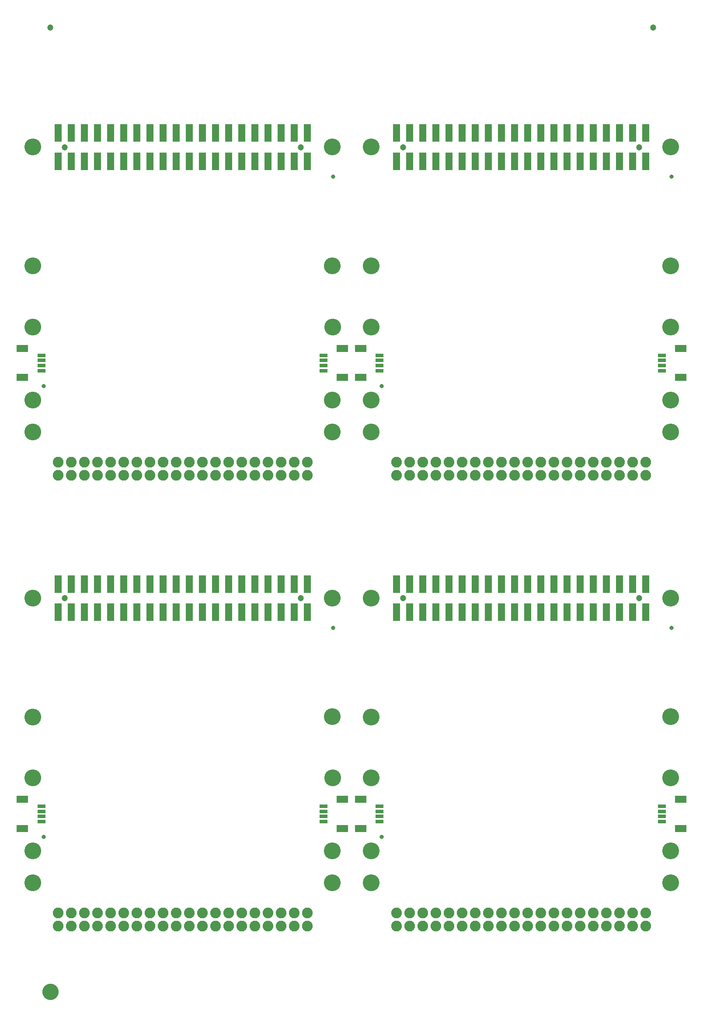
<source format=gts>
G04 EAGLE Gerber RS-274X export*
G75*
%MOMM*%
%FSLAX34Y34*%
%LPD*%
%INSoldermask Top*%
%IPPOS*%
%AMOC8*
5,1,8,0,0,1.08239X$1,22.5*%
G01*
%ADD10C,3.251200*%
%ADD11C,0.838200*%
%ADD12R,1.473200X3.378200*%
%ADD13C,1.203200*%
%ADD14C,2.082800*%
%ADD15R,2.203200X1.403200*%
%ADD16R,1.553200X0.803200*%
%ADD17C,1.270000*%
%ADD18C,1.703200*%


D10*
X615002Y657609D03*
X35002Y167809D03*
X615002Y167609D03*
X35002Y657609D03*
D11*
X55548Y194937D03*
X616700Y599939D03*
D12*
X83702Y630004D03*
X83702Y684614D03*
X109102Y630004D03*
X109102Y684614D03*
X134502Y630004D03*
X134502Y684614D03*
X159902Y630004D03*
X159902Y684614D03*
X185302Y630004D03*
X185302Y684614D03*
X210702Y630004D03*
X210702Y684614D03*
X236102Y630004D03*
X236102Y684614D03*
X261502Y630004D03*
X261502Y684614D03*
X286902Y630004D03*
X286902Y684614D03*
X312302Y630004D03*
X312302Y684614D03*
X337702Y630004D03*
X337702Y684614D03*
X363102Y630004D03*
X363102Y684614D03*
X388502Y630004D03*
X388502Y684614D03*
X413902Y630004D03*
X413902Y684614D03*
X439302Y630004D03*
X439302Y684614D03*
X464702Y630004D03*
X464702Y684614D03*
X490102Y630004D03*
X490102Y684614D03*
X515502Y630004D03*
X515502Y684614D03*
X540902Y630004D03*
X540902Y684614D03*
X566302Y630004D03*
X566302Y684614D03*
D13*
X96402Y657309D03*
X553602Y657309D03*
D14*
X83756Y47609D03*
X83756Y22209D03*
X109156Y47609D03*
X109156Y22209D03*
X134556Y47609D03*
X134556Y22209D03*
X159956Y47609D03*
X159956Y22209D03*
X185356Y47609D03*
X185356Y22209D03*
X210756Y47609D03*
X210756Y22209D03*
X236156Y47609D03*
X236156Y22209D03*
X261556Y47609D03*
X261556Y22209D03*
X286956Y47609D03*
X286956Y22209D03*
X312356Y47609D03*
X312356Y22209D03*
X337756Y47609D03*
X337756Y22209D03*
X363156Y47609D03*
X363156Y22209D03*
X388556Y47609D03*
X388556Y22209D03*
X413956Y47609D03*
X413956Y22209D03*
X439356Y47609D03*
X439356Y22209D03*
X464756Y47609D03*
X464756Y22209D03*
X490156Y47609D03*
X490156Y22209D03*
X515556Y47609D03*
X515556Y22209D03*
X540956Y47609D03*
X540956Y22209D03*
X566356Y47609D03*
X566356Y22209D03*
D15*
X634452Y211429D03*
X634452Y267429D03*
D16*
X597702Y224429D03*
X597702Y234429D03*
X597702Y244429D03*
X597702Y254429D03*
D15*
X14678Y267429D03*
X14678Y211429D03*
D16*
X51428Y254429D03*
X51428Y244429D03*
X51428Y234429D03*
X51428Y224429D03*
D10*
X615002Y427409D03*
X35002Y427339D03*
X35002Y308989D03*
X615202Y308989D03*
X615002Y105789D03*
X35002Y105789D03*
X1270093Y657609D03*
X690093Y167809D03*
X1270093Y167609D03*
X690093Y657609D03*
D11*
X710639Y194937D03*
X1271791Y599939D03*
D12*
X738793Y630004D03*
X738793Y684614D03*
X764193Y630004D03*
X764193Y684614D03*
X789593Y630004D03*
X789593Y684614D03*
X814993Y630004D03*
X814993Y684614D03*
X840393Y630004D03*
X840393Y684614D03*
X865793Y630004D03*
X865793Y684614D03*
X891193Y630004D03*
X891193Y684614D03*
X916593Y630004D03*
X916593Y684614D03*
X941993Y630004D03*
X941993Y684614D03*
X967393Y630004D03*
X967393Y684614D03*
X992793Y630004D03*
X992793Y684614D03*
X1018193Y630004D03*
X1018193Y684614D03*
X1043593Y630004D03*
X1043593Y684614D03*
X1068993Y630004D03*
X1068993Y684614D03*
X1094393Y630004D03*
X1094393Y684614D03*
X1119793Y630004D03*
X1119793Y684614D03*
X1145193Y630004D03*
X1145193Y684614D03*
X1170593Y630004D03*
X1170593Y684614D03*
X1195993Y630004D03*
X1195993Y684614D03*
X1221393Y630004D03*
X1221393Y684614D03*
D13*
X751493Y657309D03*
X1208693Y657309D03*
D14*
X738847Y47609D03*
X738847Y22209D03*
X764247Y47609D03*
X764247Y22209D03*
X789647Y47609D03*
X789647Y22209D03*
X815047Y47609D03*
X815047Y22209D03*
X840447Y47609D03*
X840447Y22209D03*
X865847Y47609D03*
X865847Y22209D03*
X891247Y47609D03*
X891247Y22209D03*
X916647Y47609D03*
X916647Y22209D03*
X942047Y47609D03*
X942047Y22209D03*
X967447Y47609D03*
X967447Y22209D03*
X992847Y47609D03*
X992847Y22209D03*
X1018247Y47609D03*
X1018247Y22209D03*
X1043647Y47609D03*
X1043647Y22209D03*
X1069047Y47609D03*
X1069047Y22209D03*
X1094447Y47609D03*
X1094447Y22209D03*
X1119847Y47609D03*
X1119847Y22209D03*
X1145247Y47609D03*
X1145247Y22209D03*
X1170647Y47609D03*
X1170647Y22209D03*
X1196047Y47609D03*
X1196047Y22209D03*
X1221447Y47609D03*
X1221447Y22209D03*
D15*
X1289543Y211429D03*
X1289543Y267429D03*
D16*
X1252793Y224429D03*
X1252793Y234429D03*
X1252793Y244429D03*
X1252793Y254429D03*
D15*
X669769Y267429D03*
X669769Y211429D03*
D16*
X706519Y254429D03*
X706519Y244429D03*
X706519Y234429D03*
X706519Y224429D03*
D10*
X1270093Y427409D03*
X690093Y427339D03*
X690093Y308989D03*
X1270293Y308989D03*
X1270093Y105789D03*
X690093Y105789D03*
X615002Y1530709D03*
X35002Y1040909D03*
X615002Y1040709D03*
X35002Y1530709D03*
D11*
X55548Y1068037D03*
X616700Y1473039D03*
D12*
X83702Y1503104D03*
X83702Y1557714D03*
X109102Y1503104D03*
X109102Y1557714D03*
X134502Y1503104D03*
X134502Y1557714D03*
X159902Y1503104D03*
X159902Y1557714D03*
X185302Y1503104D03*
X185302Y1557714D03*
X210702Y1503104D03*
X210702Y1557714D03*
X236102Y1503104D03*
X236102Y1557714D03*
X261502Y1503104D03*
X261502Y1557714D03*
X286902Y1503104D03*
X286902Y1557714D03*
X312302Y1503104D03*
X312302Y1557714D03*
X337702Y1503104D03*
X337702Y1557714D03*
X363102Y1503104D03*
X363102Y1557714D03*
X388502Y1503104D03*
X388502Y1557714D03*
X413902Y1503104D03*
X413902Y1557714D03*
X439302Y1503104D03*
X439302Y1557714D03*
X464702Y1503104D03*
X464702Y1557714D03*
X490102Y1503104D03*
X490102Y1557714D03*
X515502Y1503104D03*
X515502Y1557714D03*
X540902Y1503104D03*
X540902Y1557714D03*
X566302Y1503104D03*
X566302Y1557714D03*
D13*
X96402Y1530409D03*
X553602Y1530409D03*
D14*
X83756Y920709D03*
X83756Y895309D03*
X109156Y920709D03*
X109156Y895309D03*
X134556Y920709D03*
X134556Y895309D03*
X159956Y920709D03*
X159956Y895309D03*
X185356Y920709D03*
X185356Y895309D03*
X210756Y920709D03*
X210756Y895309D03*
X236156Y920709D03*
X236156Y895309D03*
X261556Y920709D03*
X261556Y895309D03*
X286956Y920709D03*
X286956Y895309D03*
X312356Y920709D03*
X312356Y895309D03*
X337756Y920709D03*
X337756Y895309D03*
X363156Y920709D03*
X363156Y895309D03*
X388556Y920709D03*
X388556Y895309D03*
X413956Y920709D03*
X413956Y895309D03*
X439356Y920709D03*
X439356Y895309D03*
X464756Y920709D03*
X464756Y895309D03*
X490156Y920709D03*
X490156Y895309D03*
X515556Y920709D03*
X515556Y895309D03*
X540956Y920709D03*
X540956Y895309D03*
X566356Y920709D03*
X566356Y895309D03*
D15*
X634452Y1084529D03*
X634452Y1140529D03*
D16*
X597702Y1097529D03*
X597702Y1107529D03*
X597702Y1117529D03*
X597702Y1127529D03*
D15*
X14678Y1140529D03*
X14678Y1084529D03*
D16*
X51428Y1127529D03*
X51428Y1117529D03*
X51428Y1107529D03*
X51428Y1097529D03*
D10*
X615002Y1300509D03*
X35002Y1300439D03*
X35002Y1182089D03*
X615202Y1182089D03*
X615002Y978889D03*
X35002Y978889D03*
X1270093Y1530709D03*
X690093Y1040909D03*
X1270093Y1040709D03*
X690093Y1530709D03*
D11*
X710639Y1068037D03*
X1271791Y1473039D03*
D12*
X738793Y1503104D03*
X738793Y1557714D03*
X764193Y1503104D03*
X764193Y1557714D03*
X789593Y1503104D03*
X789593Y1557714D03*
X814993Y1503104D03*
X814993Y1557714D03*
X840393Y1503104D03*
X840393Y1557714D03*
X865793Y1503104D03*
X865793Y1557714D03*
X891193Y1503104D03*
X891193Y1557714D03*
X916593Y1503104D03*
X916593Y1557714D03*
X941993Y1503104D03*
X941993Y1557714D03*
X967393Y1503104D03*
X967393Y1557714D03*
X992793Y1503104D03*
X992793Y1557714D03*
X1018193Y1503104D03*
X1018193Y1557714D03*
X1043593Y1503104D03*
X1043593Y1557714D03*
X1068993Y1503104D03*
X1068993Y1557714D03*
X1094393Y1503104D03*
X1094393Y1557714D03*
X1119793Y1503104D03*
X1119793Y1557714D03*
X1145193Y1503104D03*
X1145193Y1557714D03*
X1170593Y1503104D03*
X1170593Y1557714D03*
X1195993Y1503104D03*
X1195993Y1557714D03*
X1221393Y1503104D03*
X1221393Y1557714D03*
D13*
X751493Y1530409D03*
X1208693Y1530409D03*
D14*
X738847Y920709D03*
X738847Y895309D03*
X764247Y920709D03*
X764247Y895309D03*
X789647Y920709D03*
X789647Y895309D03*
X815047Y920709D03*
X815047Y895309D03*
X840447Y920709D03*
X840447Y895309D03*
X865847Y920709D03*
X865847Y895309D03*
X891247Y920709D03*
X891247Y895309D03*
X916647Y920709D03*
X916647Y895309D03*
X942047Y920709D03*
X942047Y895309D03*
X967447Y920709D03*
X967447Y895309D03*
X992847Y920709D03*
X992847Y895309D03*
X1018247Y920709D03*
X1018247Y895309D03*
X1043647Y920709D03*
X1043647Y895309D03*
X1069047Y920709D03*
X1069047Y895309D03*
X1094447Y920709D03*
X1094447Y895309D03*
X1119847Y920709D03*
X1119847Y895309D03*
X1145247Y920709D03*
X1145247Y895309D03*
X1170647Y920709D03*
X1170647Y895309D03*
X1196047Y920709D03*
X1196047Y895309D03*
X1221447Y920709D03*
X1221447Y895309D03*
D15*
X1289543Y1084529D03*
X1289543Y1140529D03*
D16*
X1252793Y1097529D03*
X1252793Y1107529D03*
X1252793Y1117529D03*
X1252793Y1127529D03*
D15*
X669769Y1140529D03*
X669769Y1084529D03*
D16*
X706519Y1127529D03*
X706519Y1117529D03*
X706519Y1107529D03*
X706519Y1097529D03*
D10*
X1270093Y1300509D03*
X690093Y1300439D03*
X690093Y1182089D03*
X1270293Y1182089D03*
X1270093Y978889D03*
X690093Y978889D03*
D13*
X68580Y1762049D03*
X1235862Y1762049D03*
D17*
X59525Y-104775D02*
X59528Y-104553D01*
X59536Y-104331D01*
X59550Y-104109D01*
X59569Y-103887D01*
X59593Y-103667D01*
X59623Y-103446D01*
X59658Y-103227D01*
X59699Y-103008D01*
X59745Y-102791D01*
X59796Y-102575D01*
X59853Y-102360D01*
X59915Y-102146D01*
X59982Y-101935D01*
X60054Y-101724D01*
X60132Y-101516D01*
X60214Y-101310D01*
X60302Y-101106D01*
X60394Y-100903D01*
X60492Y-100704D01*
X60594Y-100507D01*
X60701Y-100312D01*
X60813Y-100120D01*
X60930Y-99931D01*
X61051Y-99744D01*
X61177Y-99561D01*
X61307Y-99381D01*
X61442Y-99204D01*
X61580Y-99031D01*
X61723Y-98861D01*
X61871Y-98694D01*
X62022Y-98531D01*
X62177Y-98372D01*
X62336Y-98217D01*
X62499Y-98066D01*
X62666Y-97918D01*
X62836Y-97775D01*
X63009Y-97637D01*
X63186Y-97502D01*
X63366Y-97372D01*
X63549Y-97246D01*
X63736Y-97125D01*
X63925Y-97008D01*
X64117Y-96896D01*
X64312Y-96789D01*
X64509Y-96687D01*
X64708Y-96589D01*
X64911Y-96497D01*
X65115Y-96409D01*
X65321Y-96327D01*
X65529Y-96249D01*
X65740Y-96177D01*
X65951Y-96110D01*
X66165Y-96048D01*
X66380Y-95991D01*
X66596Y-95940D01*
X66813Y-95894D01*
X67032Y-95853D01*
X67251Y-95818D01*
X67472Y-95788D01*
X67692Y-95764D01*
X67914Y-95745D01*
X68136Y-95731D01*
X68358Y-95723D01*
X68580Y-95720D01*
X68802Y-95723D01*
X69024Y-95731D01*
X69246Y-95745D01*
X69468Y-95764D01*
X69688Y-95788D01*
X69909Y-95818D01*
X70128Y-95853D01*
X70347Y-95894D01*
X70564Y-95940D01*
X70780Y-95991D01*
X70995Y-96048D01*
X71209Y-96110D01*
X71420Y-96177D01*
X71631Y-96249D01*
X71839Y-96327D01*
X72045Y-96409D01*
X72249Y-96497D01*
X72452Y-96589D01*
X72651Y-96687D01*
X72848Y-96789D01*
X73043Y-96896D01*
X73235Y-97008D01*
X73424Y-97125D01*
X73611Y-97246D01*
X73794Y-97372D01*
X73974Y-97502D01*
X74151Y-97637D01*
X74324Y-97775D01*
X74494Y-97918D01*
X74661Y-98066D01*
X74824Y-98217D01*
X74983Y-98372D01*
X75138Y-98531D01*
X75289Y-98694D01*
X75437Y-98861D01*
X75580Y-99031D01*
X75718Y-99204D01*
X75853Y-99381D01*
X75983Y-99561D01*
X76109Y-99744D01*
X76230Y-99931D01*
X76347Y-100120D01*
X76459Y-100312D01*
X76566Y-100507D01*
X76668Y-100704D01*
X76766Y-100903D01*
X76858Y-101106D01*
X76946Y-101310D01*
X77028Y-101516D01*
X77106Y-101724D01*
X77178Y-101935D01*
X77245Y-102146D01*
X77307Y-102360D01*
X77364Y-102575D01*
X77415Y-102791D01*
X77461Y-103008D01*
X77502Y-103227D01*
X77537Y-103446D01*
X77567Y-103667D01*
X77591Y-103887D01*
X77610Y-104109D01*
X77624Y-104331D01*
X77632Y-104553D01*
X77635Y-104775D01*
X77632Y-104997D01*
X77624Y-105219D01*
X77610Y-105441D01*
X77591Y-105663D01*
X77567Y-105883D01*
X77537Y-106104D01*
X77502Y-106323D01*
X77461Y-106542D01*
X77415Y-106759D01*
X77364Y-106975D01*
X77307Y-107190D01*
X77245Y-107404D01*
X77178Y-107615D01*
X77106Y-107826D01*
X77028Y-108034D01*
X76946Y-108240D01*
X76858Y-108444D01*
X76766Y-108647D01*
X76668Y-108846D01*
X76566Y-109043D01*
X76459Y-109238D01*
X76347Y-109430D01*
X76230Y-109619D01*
X76109Y-109806D01*
X75983Y-109989D01*
X75853Y-110169D01*
X75718Y-110346D01*
X75580Y-110519D01*
X75437Y-110689D01*
X75289Y-110856D01*
X75138Y-111019D01*
X74983Y-111178D01*
X74824Y-111333D01*
X74661Y-111484D01*
X74494Y-111632D01*
X74324Y-111775D01*
X74151Y-111913D01*
X73974Y-112048D01*
X73794Y-112178D01*
X73611Y-112304D01*
X73424Y-112425D01*
X73235Y-112542D01*
X73043Y-112654D01*
X72848Y-112761D01*
X72651Y-112863D01*
X72452Y-112961D01*
X72249Y-113053D01*
X72045Y-113141D01*
X71839Y-113223D01*
X71631Y-113301D01*
X71420Y-113373D01*
X71209Y-113440D01*
X70995Y-113502D01*
X70780Y-113559D01*
X70564Y-113610D01*
X70347Y-113656D01*
X70128Y-113697D01*
X69909Y-113732D01*
X69688Y-113762D01*
X69468Y-113786D01*
X69246Y-113805D01*
X69024Y-113819D01*
X68802Y-113827D01*
X68580Y-113830D01*
X68358Y-113827D01*
X68136Y-113819D01*
X67914Y-113805D01*
X67692Y-113786D01*
X67472Y-113762D01*
X67251Y-113732D01*
X67032Y-113697D01*
X66813Y-113656D01*
X66596Y-113610D01*
X66380Y-113559D01*
X66165Y-113502D01*
X65951Y-113440D01*
X65740Y-113373D01*
X65529Y-113301D01*
X65321Y-113223D01*
X65115Y-113141D01*
X64911Y-113053D01*
X64708Y-112961D01*
X64509Y-112863D01*
X64312Y-112761D01*
X64117Y-112654D01*
X63925Y-112542D01*
X63736Y-112425D01*
X63549Y-112304D01*
X63366Y-112178D01*
X63186Y-112048D01*
X63009Y-111913D01*
X62836Y-111775D01*
X62666Y-111632D01*
X62499Y-111484D01*
X62336Y-111333D01*
X62177Y-111178D01*
X62022Y-111019D01*
X61871Y-110856D01*
X61723Y-110689D01*
X61580Y-110519D01*
X61442Y-110346D01*
X61307Y-110169D01*
X61177Y-109989D01*
X61051Y-109806D01*
X60930Y-109619D01*
X60813Y-109430D01*
X60701Y-109238D01*
X60594Y-109043D01*
X60492Y-108846D01*
X60394Y-108647D01*
X60302Y-108444D01*
X60214Y-108240D01*
X60132Y-108034D01*
X60054Y-107826D01*
X59982Y-107615D01*
X59915Y-107404D01*
X59853Y-107190D01*
X59796Y-106975D01*
X59745Y-106759D01*
X59699Y-106542D01*
X59658Y-106323D01*
X59623Y-106104D01*
X59593Y-105883D01*
X59569Y-105663D01*
X59550Y-105441D01*
X59536Y-105219D01*
X59528Y-104997D01*
X59525Y-104775D01*
D18*
X68580Y-104775D03*
M02*

</source>
